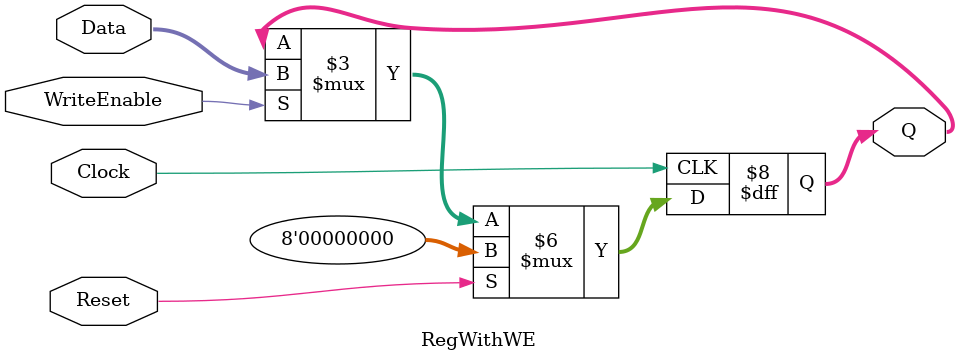
<source format=v>
/*-----------------------------------------------------
--   Register with Write Enable
--   This is the implementation for a register with WE
--   This module has synchronous reset which clears the
--   output of the system, while reset is low input data
--   is transferred to the output register Q when Write 
-- 	 Enable is high else the output is preserved.
--   Designer: Tuna Biçim
-----------------------------------------------------*/ 
module RegWithWE(Clock, Reset, WriteEnable, Data, Q);
           
    parameter W = 8;
    input Clock, Reset, WriteEnable;
	input [W-1:0] Data; 
    output reg[W-1:0] Q; // ALU W-bit Output
    
    always @(posedge Clock)
    begin
		if (Reset) 
			Q <= 0;
		else if (WriteEnable)
			Q <= Data;
		else 
			Q <= Q;
	end 
endmodule

</source>
